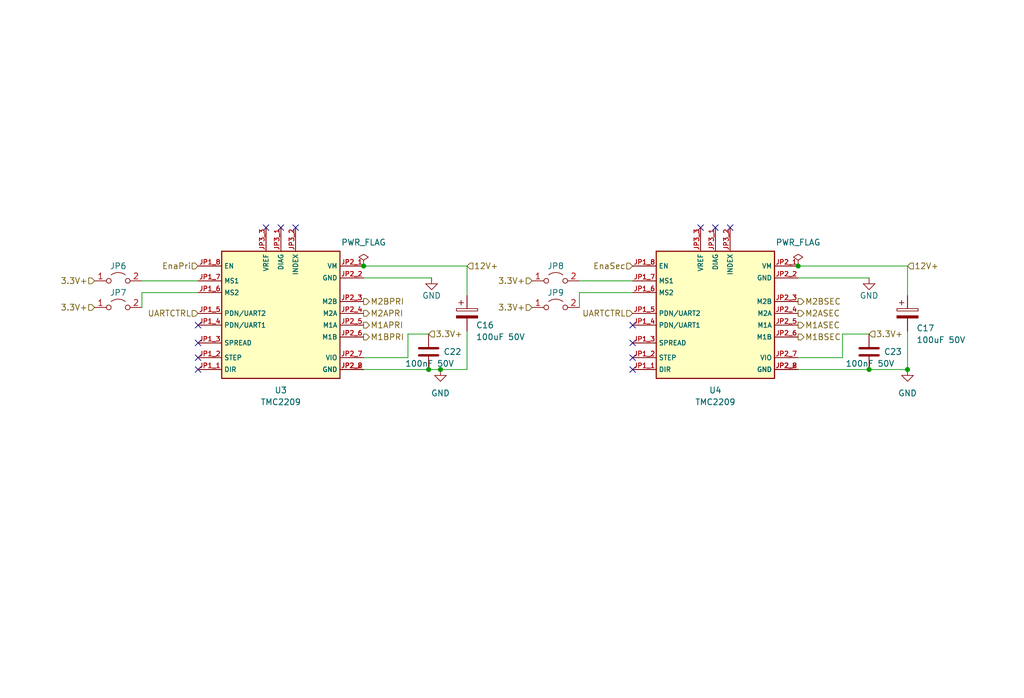
<source format=kicad_sch>
(kicad_sch (version 20211123) (generator eeschema)
  (paper "User" 219.989 150.012)
  (title_block (title "Rastaban-HAT") (date "2022-12-14") (rev "1.6") (company "HAN") (comment 1 "Casper R. Tak"))
  (lib_symbols
    (symbol "Device:C" (pin_numbers hide) (pin_names (offset 0.254))
      (property "Reference" "C" (at 0.635 2.54 0))
      (property "Value" "C" (at 0.635 -2.54 0))
      (symbol "C_0_1"
        (polyline (pts (xy -2.032 -0.762) (xy 2.032 -0.762)) (stroke (width 0.508)))
        (polyline (pts (xy -2.032 0.762) (xy 2.032 0.762)) (stroke (width 0.508)))
      )
      (symbol "C_1_1"
        (pin passive line (at 0 3.81 270) (length 2.794) (name "~") (number "1"))
        (pin passive line (at 0 -3.81 90) (length 2.794) (name "~") (number "2"))
      )
    )
    (symbol "Device:C_Polarized" (pin_numbers hide) (pin_names (offset 0.254))
      (property "Reference" "C" (at 0.635 2.54 0))
      (property "Value" "C_Polarized" (at 0.635 -2.54 0))
      (symbol "C_Polarized_0_1"
        (rectangle (start -2.286 0.508) (end 2.286 1.016))
        (polyline (pts (xy -1.778 2.286) (xy -0.762 2.286)))
        (polyline (pts (xy -1.27 2.794) (xy -1.27 1.778)))
        (rectangle (start 2.286 -0.508) (end -2.286 -1.016) (fill (type outline)))
      )
      (symbol "C_Polarized_1_1"
        (pin passive line (at 0 3.81 270) (length 2.794) (name "~") (number "1"))
        (pin passive line (at 0 -3.81 90) (length 2.794) (name "~") (number "2"))
      )
    )
    (symbol "Jumper:Jumper_2_Open" (pin_names (offset 0) hide)
      (property "Reference" "JP" (at 0 2.794 0))
      (property "Value" "Jumper_2_Open" (at 0 -2.286 0))
      (symbol "Jumper_2_Open_0_0"
        (circle (center -2.032 0) (radius 0.508))
        (circle (center 2.032 0) (radius 0.508))
      )
      (symbol "Jumper_2_Open_0_1"
        (arc (start 1.524 1.27) (mid 0 1.778) (end -1.524 1.27))
      )
      (symbol "Jumper_2_Open_1_1"
        (pin passive line (at -5.08 0 0) (length 2.54) (name "A") (number "1"))
        (pin passive line (at 5.08 0 180) (length 2.54) (name "B") (number "2"))
      )
    )
    (symbol "TMC2209:TMC2209"
      (property "Reference" "U" (at 0 32.385 0))
      (property "Value" "TMC2209" (at 0 30.48 0))
      (symbol "TMC2209_0_0"
        (rectangle (start -12.7 19.05) (end 12.7 -8.255) (stroke (width 0.254)) (fill (type background)))
        (pin input line (at -17.78 -6.35 0) (length 5.08) (name "DIR") (number "JP1_1"))
        (pin input line (at -17.78 -3.81 0) (length 5.08) (name "STEP") (number "JP1_2"))
        (pin bidirectional line (at -17.78 -0.635 0) (length 5.08) (name "SPREAD") (number "JP1_3"))
        (pin bidirectional line (at -17.78 3.175 0) (length 5.08) (name "PDN/UART1") (number "JP1_4"))
        (pin bidirectional line (at -17.78 5.715 0) (length 5.08) (name "PDN/UART2") (number "JP1_5"))
        (pin input line (at -17.78 10.16 0) (length 5.08) (name "MS2") (number "JP1_6"))
        (pin input line (at -17.78 12.7 0) (length 5.08) (name "MS1") (number "JP1_7"))
        (pin input line (at -17.78 15.875 0) (length 5.08) (name "EN") (number "JP1_8"))
        (pin power_in line (at 17.78 15.875 180) (length 5.08) (name "VM") (number "JP2_1"))
        (pin power_in line (at 17.78 -6.35 180) (length 5.08) (name "GND") (number "JP2_2"))
        (pin power_in line (at 17.78 13.335 180) (length 5.08) (name "GND") (number "JP2_2"))
        (pin passive line (at 17.78 8.255 180) (length 5.08) (name "M2B") (number "JP2_3"))
        (pin passive line (at 17.78 5.715 180) (length 5.08) (name "M2A") (number "JP2_4"))
        (pin passive line (at 17.78 3.175 180) (length 5.08) (name "M1A") (number "JP2_5"))
        (pin passive line (at 17.78 0.635 180) (length 5.08) (name "M1B") (number "JP2_6"))
        (pin power_in line (at 17.78 -3.81 180) (length 5.08) (name "VIO") (number "JP2_7"))
        (pin power_in line (at 17.78 -6.35 180) (length 5.08) (name "GND") (number "JP2_8"))
        (pin output line (at 0 24.13 270) (length 5.08) (name "DIAG") (number "JP3_1"))
        (pin output line (at 3.175 24.13 270) (length 5.08) (name "INDEX") (number "JP3_2"))
        (pin passive line (at -3.175 24.13 270) (length 5.08) (name "VREF") (number "JP3_3"))
      )
    )
    (symbol "TMC2209_1"
      (property "Reference" "U" (at 0 32.385 0))
      (property "Value" "TMC2209_1" (at 0 30.48 0))
      (symbol "TMC2209_1_0_0"
        (rectangle (start -12.7 19.05) (end 12.7 -8.255) (stroke (width 0.254)) (fill (type background)))
        (pin input line (at -17.78 -6.35 0) (length 5.08) (name "DIR") (number "JP1_1"))
        (pin input line (at -17.78 -3.81 0) (length 5.08) (name "STEP") (number "JP1_2"))
        (pin bidirectional line (at -17.78 -0.635 0) (length 5.08) (name "SPREAD") (number "JP1_3"))
        (pin bidirectional line (at -17.78 3.175 0) (length 5.08) (name "PDN/UART1") (number "JP1_4"))
        (pin bidirectional line (at -17.78 5.715 0) (length 5.08) (name "PDN/UART2") (number "JP1_5"))
        (pin input line (at -17.78 10.16 0) (length 5.08) (name "MS2") (number "JP1_6"))
        (pin input line (at -17.78 12.7 0) (length 5.08) (name "MS1") (number "JP1_7"))
        (pin input line (at -17.78 15.875 0) (length 5.08) (name "EN") (number "JP1_8"))
        (pin power_in line (at 17.78 15.875 180) (length 5.08) (name "VM") (number "JP2_1"))
        (pin power_in line (at 17.78 -6.35 180) (length 5.08) (name "GND") (number "JP2_2"))
        (pin power_in line (at 17.78 13.335 180) (length 5.08) (name "GND") (number "JP2_2"))
        (pin passive line (at 17.78 8.255 180) (length 5.08) (name "M2B") (number "JP2_3"))
        (pin passive line (at 17.78 5.715 180) (length 5.08) (name "M2A") (number "JP2_4"))
        (pin passive line (at 17.78 3.175 180) (length 5.08) (name "M1A") (number "JP2_5"))
        (pin passive line (at 17.78 0.635 180) (length 5.08) (name "M1B") (number "JP2_6"))
        (pin power_in line (at 17.78 -3.81 180) (length 5.08) (name "VIO") (number "JP2_7"))
        (pin power_in line (at 17.78 -6.35 180) (length 5.08) (name "GND") (number "JP2_8"))
        (pin output line (at 0 24.13 270) (length 5.08) (name "DIAG") (number "JP3_1"))
        (pin output line (at 3.175 24.13 270) (length 5.08) (name "INDEX") (number "JP3_2"))
        (pin passive line (at -3.175 24.13 270) (length 5.08) (name "VREF") (number "JP3_3"))
      )
    )
    (symbol "power:GND" (power) (pin_names (offset 0))
      (property "Value" "GND" (at 0 -3.81 0))
      (symbol "GND_0_1"
        (polyline (pts (xy 0 0) (xy 0 -1.27) (xy 1.27 -1.27) (xy 0 -2.54) (xy -1.27 -1.27) (xy 0 -1.27)))
      )
      (symbol "GND_1_1"
        (pin power_in line (at 0 0 270) (length 0) hide (name "GND") (number "1"))
      )
    )
    (symbol "power:PWR_FLAG" (power) (pin_numbers hide) (pin_names (offset 0) hide)
      (property "Value" "PWR_FLAG" (at 0 3.81 0))
      (symbol "PWR_FLAG_0_0"
        (pin power_out line (at 0 0 90) (length 0) (name "pwr") (number "1"))
      )
      (symbol "PWR_FLAG_0_1"
        (polyline (pts (xy 0 0) (xy 0 1.27) (xy -1.016 1.905) (xy 0 2.54) (xy 1.016 1.905) (xy 0 1.27)))
      )
    )
  )
  (junction (at 171.45 57.15))
  (junction (at 78.105 57.15))
  (junction (at 94.615 79.375))
  (junction (at 194.945 79.375))
  (junction (at 186.69 79.375))
  (junction (at 92.075 79.375))
  (no_connect (at 63.5 48.895))
  (no_connect (at 42.545 69.85))
  (no_connect (at 42.545 79.375))
  (no_connect (at 60.325 48.895))
  (no_connect (at 57.15 48.895))
  (no_connect (at 156.845 48.895))
  (no_connect (at 42.545 73.66))
  (no_connect (at 153.67 48.895))
  (no_connect (at 135.89 76.835))
  (no_connect (at 135.89 73.66))
  (no_connect (at 42.545 76.835))
  (no_connect (at 150.495 48.895))
  (no_connect (at 135.89 79.375))
  (no_connect (at 135.89 69.85))
  (wire (pts (xy 124.46 60.325) (xy 135.89 60.325)))
  (wire (pts (xy 92.075 79.375) (xy 94.615 79.375)))
  (wire (pts (xy 180.975 76.835) (xy 180.975 71.755)))
  (wire (pts (xy 171.45 76.835) (xy 180.975 76.835)))
  (wire (pts (xy 30.48 62.865) (xy 42.545 62.865)))
  (wire (pts (xy 194.945 63.5) (xy 194.945 57.15)))
  (wire (pts (xy 171.45 57.15) (xy 194.945 57.15)))
  (wire (pts (xy 100.33 71.12) (xy 100.33 79.375)))
  (wire (pts (xy 180.975 71.755) (xy 186.69 71.755)))
  (wire (pts (xy 87.63 71.755) (xy 92.075 71.755)))
  (wire (pts (xy 171.45 59.69) (xy 186.69 59.69)))
  (wire (pts (xy 124.46 62.865) (xy 135.89 62.865)))
  (wire (pts (xy 186.69 79.375) (xy 194.945 79.375)))
  (wire (pts (xy 87.63 76.835) (xy 87.63 71.755)))
  (wire (pts (xy 78.105 57.15) (xy 100.33 57.15)))
  (wire (pts (xy 78.105 76.835) (xy 87.63 76.835)))
  (wire (pts (xy 78.105 79.375) (xy 92.075 79.375)))
  (wire (pts (xy 30.48 62.865) (xy 30.48 66.04)))
  (wire (pts (xy 171.45 79.375) (xy 186.69 79.375)))
  (wire (pts (xy 100.33 63.5) (xy 100.33 57.15)))
  (wire (pts (xy 30.48 60.325) (xy 42.545 60.325)))
  (wire (pts (xy 124.46 62.865) (xy 124.46 66.04)))
  (wire (pts (xy 100.33 79.375) (xy 94.615 79.375)))
  (wire (pts (xy 78.105 59.69) (xy 92.71 59.69)))
  (wire (pts (xy 194.945 71.12) (xy 194.945 79.375)))
  (hierarchical_label "M2BSEC" (shape output) (at 171.45 64.77 0))
  (hierarchical_label "12V+" (shape input) (at 194.945 57.15 0))
  (hierarchical_label "3.3V+" (shape input) (at 20.32 66.04 180))
  (hierarchical_label "12V+" (shape input) (at 100.33 57.15 0))
  (hierarchical_label "3.3V+" (shape input) (at 114.3 60.325 180))
  (hierarchical_label "EnaSec" (shape input) (at 135.89 57.15 180))
  (hierarchical_label "EnaPri" (shape input) (at 42.545 57.15 180))
  (hierarchical_label "M1BPRI" (shape output) (at 78.105 72.39 0))
  (hierarchical_label "M1BSEC" (shape output) (at 171.45 72.39 0))
  (hierarchical_label "UARTCTRL" (shape input) (at 135.89 67.31 180))
  (hierarchical_label "3.3V+" (shape input) (at 92.075 71.755 0))
  (hierarchical_label "3.3V+" (shape input) (at 186.69 71.755 0))
  (hierarchical_label "M2ASEC" (shape output) (at 171.45 67.31 0))
  (hierarchical_label "3.3V+" (shape input) (at 20.32 60.325 180))
  (hierarchical_label "M1ASEC" (shape output) (at 171.45 69.85 0))
  (hierarchical_label "M1APRI" (shape output) (at 78.105 69.85 0))
  (hierarchical_label "M2BPRI" (shape output) (at 78.105 64.77 0))
  (hierarchical_label "M2APRI" (shape output) (at 78.105 67.31 0))
  (hierarchical_label "UARTCTRL" (shape input) (at 42.545 67.31 180))
  (hierarchical_label "3.3V+" (shape input) (at 114.3 66.04 180))
  (symbol (lib_id "power:PWR_FLAG") (at 171.45 57.15 0) (unit 1)
    (property "Reference" "#FLG02" (effects hide))
    (property "Value" "PWR_FLAG" (at 171.45 52.07 0))
  )
  (symbol (lib_id "power:GND") (at 94.615 79.375 0) (unit 1)
    (property "Reference" "#PWR016" (effects hide))
    (property "Value" "GND" (at 94.615 84.455 0))
  )
  (symbol (lib_name "TMC2209_1") (lib_id "TMC2209:TMC2209") (at 60.325 73.025 0) (unit 1)
    (property "Reference" "U3" (at 60.325 83.82 0))
    (property "Value" "TMC2209" (at 60.325 86.36 0))
    (property "Footprint" "SnapEDA Library:MODULE_TMC2208_SILENTSTEPSTICK" (effects hide))
  )
  (symbol (lib_id "Device:C_Polarized") (at 100.33 67.31 0) (unit 1)
    (property "Reference" "C16" (at 102.235 69.85 0) (effects (justify left)))
    (property "Value" "100uF 50V" (at 102.235 72.39 0) (effects (justify left)))
    (property "Footprint" "Capacitor_SMD:CP_Elec_8x10" (effects hide))
    (property "Manufacturer_Part_Number" "C3339" (effects hide))
    (property "Purpose" "decoupling" (effects hide))
    (property "LCSC" "C445063" (effects hide))
  )
  (symbol (lib_id "power:GND") (at 194.945 79.375 0) (unit 1)
    (property "Reference" "#PWR020" (effects hide))
    (property "Value" "GND" (at 194.945 84.455 0))
  )
  (symbol (lib_id "Device:C") (at 92.075 75.565 0) (unit 1)
    (property "Reference" "C22" (at 95.25 75.565 0) (effects (justify left)))
    (property "Value" "100nF 50V" (at 86.995 78.105 0) (effects (justify left)))
    (property "Footprint" "Capacitor_SMD:C_0805_2012Metric_Pad1.18x1.45mm_HandSolder" (effects hide))
    (property "Purpose" "decoupling" (effects hide))
    (property "LCSC" "C476766" (effects hide))
  )
  (symbol (lib_id "Device:C") (at 186.69 75.565 0) (unit 1)
    (property "Reference" "C23" (at 189.865 75.565 0) (effects (justify left)))
    (property "Value" "100nF 50V" (at 181.61 78.105 0) (effects (justify left)))
    (property "Footprint" "Capacitor_SMD:C_0805_2012Metric_Pad1.18x1.45mm_HandSolder" (effects hide))
    (property "Purpose" "decoupling" (effects hide))
    (property "LCSC" "C476766" (effects hide))
  )
  (symbol (lib_id "Jumper:Jumper_2_Open") (at 119.38 66.04 0) (unit 1)
    (property "Reference" "JP9" (at 119.38 62.865 0))
    (property "Value" "Jumper_2_Open" (effects hide))
    (property "Footprint" "Jumper:SolderJumper-2_P1.3mm_Open_RoundedPad1.0x1.5mm" (effects hide))
  )
  (symbol (lib_id "Jumper:Jumper_2_Open") (at 25.4 60.325 0) (unit 1)
    (property "Reference" "JP6" (at 25.4 57.15 0))
    (property "Value" "Jumper_2_Open" (effects hide))
    (property "Footprint" "Jumper:SolderJumper-2_P1.3mm_Open_RoundedPad1.0x1.5mm" (effects hide))
  )
  (symbol (lib_id "Jumper:Jumper_2_Open") (at 119.38 60.325 0) (unit 1)
    (property "Reference" "JP8" (at 119.38 57.15 0))
    (property "Value" "Jumper_2_Open" (effects hide))
    (property "Footprint" "Jumper:SolderJumper-2_P1.3mm_Open_RoundedPad1.0x1.5mm" (effects hide))
  )
  (symbol (lib_id "power:GND") (at 92.71 59.69 0) (unit 1)
    (property "Reference" "#PWR015" (effects hide))
    (property "Value" "GND" (at 92.71 63.5 0))
  )
  (symbol (lib_id "power:PWR_FLAG") (at 78.105 57.15 0) (unit 1)
    (property "Reference" "#FLG01" (effects hide))
    (property "Value" "PWR_FLAG" (at 78.105 52.07 0))
  )
  (symbol (lib_id "power:GND") (at 186.69 59.69 0) (unit 1)
    (property "Reference" "#PWR019" (effects hide))
    (property "Value" "GND" (at 186.69 63.5 0))
  )
  (symbol (lib_id "Jumper:Jumper_2_Open") (at 25.4 66.04 0) (unit 1)
    (property "Reference" "JP7" (at 25.4 62.865 0))
    (property "Value" "Jumper_2_Open" (effects hide))
    (property "Footprint" "Jumper:SolderJumper-2_P1.3mm_Open_RoundedPad1.0x1.5mm" (effects hide))
  )
  (symbol (lib_id "TMC2209:TMC2209") (at 153.67 73.025 0) (unit 1)
    (property "Reference" "U4" (at 153.67 83.82 0))
    (property "Value" "TMC2209" (at 153.67 86.36 0))
    (property "Footprint" "SnapEDA Library:MODULE_TMC2208_SILENTSTEPSTICK" (effects hide))
  )
  (symbol (lib_id "Device:C_Polarized") (at 194.945 67.31 0) (unit 1)
    (property "Reference" "C17" (at 196.85 70.485 0) (effects (justify left)))
    (property "Value" "100uF 50V" (at 196.85 73.025 0) (effects (justify left)))
    (property "Footprint" "Capacitor_SMD:CP_Elec_8x10" (effects hide))
    (property "Manufacturer_Part_Number" "C3339" (effects hide))
    (property "Purpose" "decoupling" (effects hide))
    (property "LCSC" "C445063" (effects hide))
  )
)
</source>
